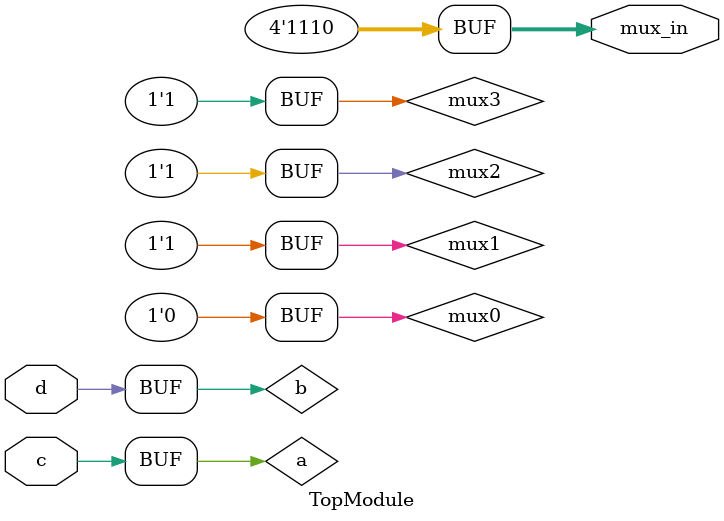
<source format=sv>
module TopModule (
    input logic c,
    input logic d,
    output logic [3:0] mux_in
);

    logic a, b;
    logic mux0, mux1, mux2, mux3;

    // Assign a and b based on c and d
    assign a = c;
    assign b = d;

    // Implementing the K-map using multiplexers
    // mux0 = ab = 00 -> 0
    assign mux0 = 1'b0; // K-map value for ab = 00

    // mux1 = ab = 01 -> 1
    assign mux1 = 1'b1; // K-map value for ab = 01

    // mux2 = ab = 11 -> 1
    assign mux2 = 1'b1; // K-map value for ab = 11

    // mux3 = ab = 10 -> 1
    assign mux3 = 1'b1; // K-map value for ab = 10

    // Connect mux outputs to mux_in
    assign mux_in[0] = mux0; // ab = 00
    assign mux_in[1] = mux1; // ab = 01
    assign mux_in[2] = mux2; // ab = 11
    assign mux_in[3] = mux3; // ab = 10

endmodule
</source>
